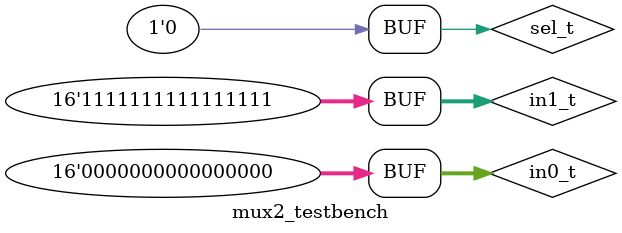
<source format=sv>
`timescale 1ns / 1ps


module mux2_testbench ();
localparam BITS=16; 
// instantiate wires 
    reg [BITS-1:0] in0_t;
    reg [BITS-1:0] in1_t;
    reg sel_t;
    wire [BITS-1:0] out_t;
// instantiate mux2 
    mux2 #(.BITS(BITS)) dut(
        .in0(in0_t), 
        .in1(in1_t), 
        .sel(sel_t), 
        .out(out_t)
    );
initial begin 
sel_t= 1;   in0_t= 16'hffff;      in1_t=16'h0000;       #10;
sel_t= 0;   #10;
sel_t= 1;   in0_t= 16'haaaa;      in1_t=16'h5555;       #10;
sel_t= 0;   #10;
sel_t= 1;   in0_t= 16'h0000;      in1_t=16'hffff;       #10;
sel_t= 0;   #10;
end 

endmodule 
</source>
